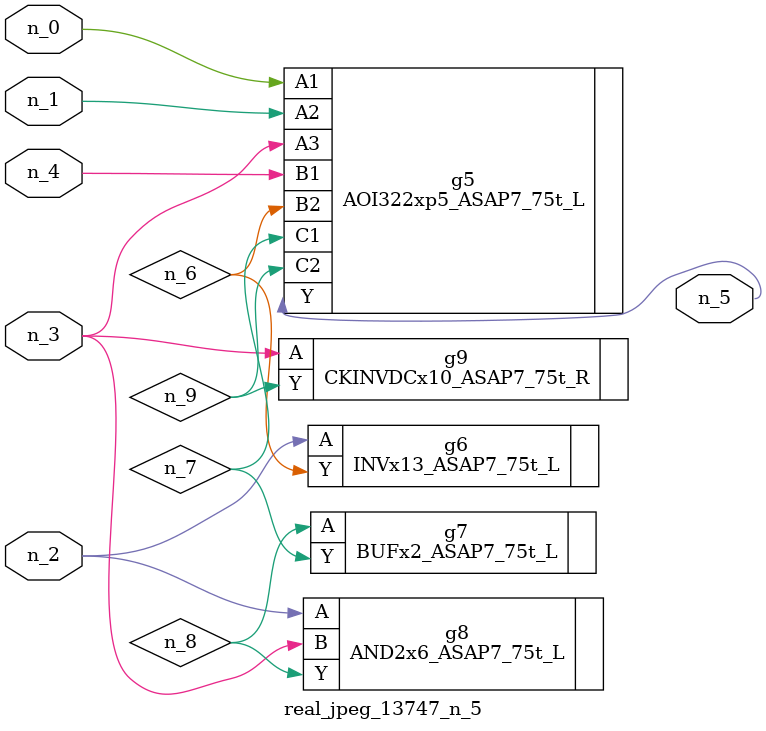
<source format=v>
module real_jpeg_13747_n_5 (n_4, n_0, n_1, n_2, n_3, n_5);

input n_4;
input n_0;
input n_1;
input n_2;
input n_3;

output n_5;

wire n_8;
wire n_6;
wire n_7;
wire n_9;

AOI322xp5_ASAP7_75t_L g5 ( 
.A1(n_0),
.A2(n_1),
.A3(n_3),
.B1(n_4),
.B2(n_6),
.C1(n_7),
.C2(n_9),
.Y(n_5)
);

INVx13_ASAP7_75t_L g6 ( 
.A(n_2),
.Y(n_6)
);

AND2x6_ASAP7_75t_L g8 ( 
.A(n_2),
.B(n_3),
.Y(n_8)
);

CKINVDCx10_ASAP7_75t_R g9 ( 
.A(n_3),
.Y(n_9)
);

BUFx2_ASAP7_75t_L g7 ( 
.A(n_8),
.Y(n_7)
);


endmodule
</source>
